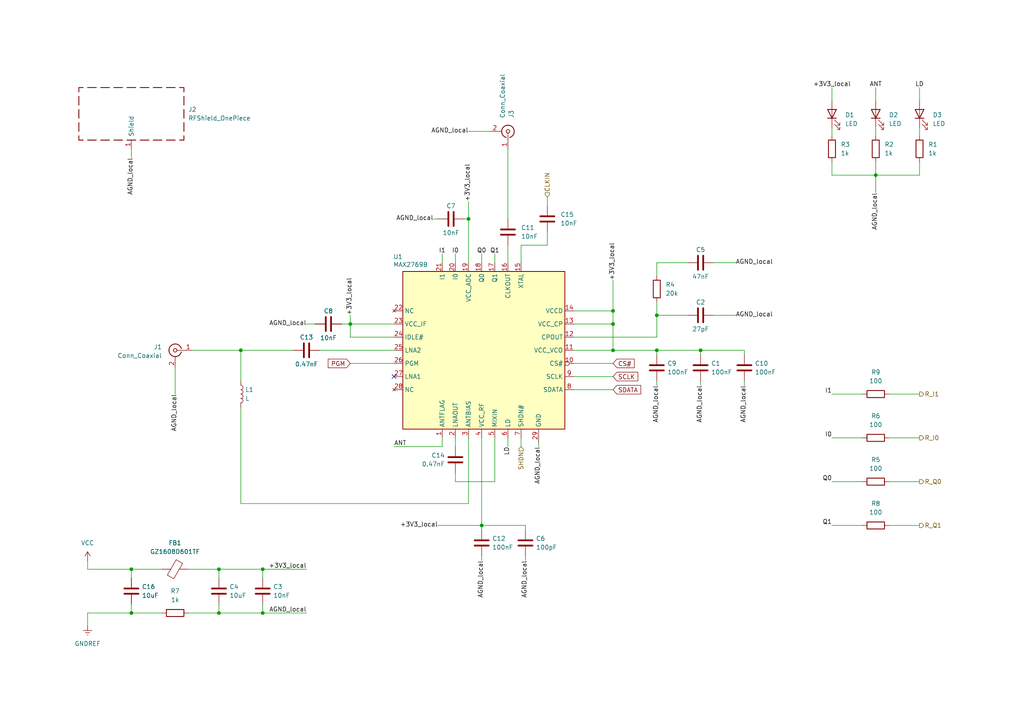
<source format=kicad_sch>
(kicad_sch (version 20231120) (generator "eeschema") (generator_version "8.0")
  (paper "A4")
  (lib_symbols
    (symbol "Connector:Conn_Coaxial" (pin_names (offset 1.016) hide)
      (property "Reference" "J" (at 0.254 3.048 0))
      (property "Value" "Conn_Coaxial" (at 2.921 0 90))
      (symbol "Conn_Coaxial_0_1"
        (arc (start -1.778 -0.508) (mid 0.2311 -1.8066) (end 1.778 0) (stroke (width 0.254)))
        (polyline (pts (xy -2.54 0) (xy -0.508 0)))
        (polyline (pts (xy 0 -2.54) (xy 0 -1.778)))
        (circle (center 0 0) (radius 0.508) (stroke (width 0.2032)))
        (arc (start 1.778 0) (mid 0.2099 1.8101) (end -1.778 0.508) (stroke (width 0.254)))
      )
      (symbol "Conn_Coaxial_1_1"
        (pin passive line (at -5.08 0 0) (length 2.54) (name "In") (number "1"))
        (pin passive line (at 0 -5.08 90) (length 2.54) (name "Ext") (number "2"))
      )
    )
    (symbol "Device:C" (pin_numbers hide) (pin_names (offset 0.254))
      (property "Reference" "C" (at 0.635 2.54 0))
      (property "Value" "C" (at 0.635 -2.54 0))
      (symbol "C_0_1"
        (polyline (pts (xy -2.032 -0.762) (xy 2.032 -0.762)) (stroke (width 0.508)))
        (polyline (pts (xy -2.032 0.762) (xy 2.032 0.762)) (stroke (width 0.508)))
      )
      (symbol "C_1_1"
        (pin passive line (at 0 3.81 270) (length 2.794) (name "~") (number "1"))
        (pin passive line (at 0 -3.81 90) (length 2.794) (name "~") (number "2"))
      )
    )
    (symbol "Device:FerriteBead" (pin_numbers hide) (pin_names (offset 0))
      (property "Reference" "FB" (at -3.81 0.635 90))
      (property "Value" "FerriteBead" (at 3.81 0 90))
      (symbol "FerriteBead_0_1"
        (polyline (pts (xy 0 -1.27) (xy 0 -1.2192)))
        (polyline (pts (xy 0 1.27) (xy 0 1.2954)))
        (polyline (pts (xy -2.7686 0.4064) (xy -1.7018 2.2606) (xy 2.7686 -0.3048) (xy 1.6764 -2.159) (xy -2.7686 0.4064)))
      )
      (symbol "FerriteBead_1_1"
        (pin passive line (at 0 3.81 270) (length 2.54) (name "~") (number "1"))
        (pin passive line (at 0 -3.81 90) (length 2.54) (name "~") (number "2"))
      )
    )
    (symbol "Device:L" (pin_numbers hide) (pin_names (offset 1.016) hide)
      (property "Reference" "L" (at -1.27 0 90))
      (property "Value" "L" (at 1.905 0 90))
      (symbol "L_0_1"
        (arc (start 0 -2.54) (mid 0.6323 -1.905) (end 0 -1.27))
        (arc (start 0 -1.27) (mid 0.6323 -0.635) (end 0 0))
        (arc (start 0 0) (mid 0.6323 0.635) (end 0 1.27))
        (arc (start 0 1.27) (mid 0.6323 1.905) (end 0 2.54))
      )
      (symbol "L_1_1"
        (pin passive line (at 0 3.81 270) (length 1.27) (name "1") (number "1"))
        (pin passive line (at 0 -3.81 90) (length 1.27) (name "2") (number "2"))
      )
    )
    (symbol "Device:LED" (pin_numbers hide) (pin_names (offset 1.016) hide)
      (property "Reference" "D" (at 0 2.54 0))
      (property "Value" "LED" (at 0 -2.54 0))
      (symbol "LED_0_1"
        (polyline (pts (xy -1.27 -1.27) (xy -1.27 1.27)) (stroke (width 0.254)))
        (polyline (pts (xy -1.27 0) (xy 1.27 0)))
        (polyline (pts (xy 1.27 -1.27) (xy 1.27 1.27) (xy -1.27 0) (xy 1.27 -1.27)) (stroke (width 0.254)))
        (polyline (pts (xy -3.048 -0.762) (xy -4.572 -2.286) (xy -3.81 -2.286) (xy -4.572 -2.286) (xy -4.572 -1.524)))
        (polyline (pts (xy -1.778 -0.762) (xy -3.302 -2.286) (xy -2.54 -2.286) (xy -3.302 -2.286) (xy -3.302 -1.524)))
      )
      (symbol "LED_1_1"
        (pin passive line (at -3.81 0 0) (length 2.54) (name "K") (number "1"))
        (pin passive line (at 3.81 0 180) (length 2.54) (name "A") (number "2"))
      )
    )
    (symbol "Device:R" (pin_numbers hide) (pin_names (offset 0))
      (property "Reference" "R" (at 2.032 0 90))
      (property "Value" "R" (at 0 0 90))
      (symbol "R_0_1"
        (rectangle (start -1.016 -2.54) (end 1.016 2.54) (stroke (width 0.254)))
      )
      (symbol "R_1_1"
        (pin passive line (at 0 3.81 270) (length 1.27) (name "~") (number "1"))
        (pin passive line (at 0 -3.81 90) (length 1.27) (name "~") (number "2"))
      )
    )
    (symbol "Device:RFShield_OnePiece" (pin_names (offset 1.016))
      (property "Reference" "J" (at 0 5.08 0))
      (property "Value" "RFShield_OnePiece" (at 0 2.54 0))
      (symbol "RFShield_OnePiece_0_1"
        (polyline (pts (xy -15.24 -5.08) (xy -15.24 -2.54)) (stroke (width 0.254)))
        (polyline (pts (xy -15.24 -1.27) (xy -15.24 1.27)) (stroke (width 0.254)))
        (polyline (pts (xy -15.24 2.54) (xy -15.24 5.08)) (stroke (width 0.254)))
        (polyline (pts (xy -12.7 7.62) (xy -10.16 7.62)) (stroke (width 0.254)))
        (polyline (pts (xy -10.16 -7.62) (xy -12.7 -7.62)) (stroke (width 0.254)))
        (polyline (pts (xy -6.35 -7.62) (xy -8.89 -7.62)) (stroke (width 0.254)))
        (polyline (pts (xy -6.35 7.62) (xy -8.89 7.62)) (stroke (width 0.254)))
        (polyline (pts (xy -2.54 -7.62) (xy -5.08 -7.62)) (stroke (width 0.254)))
        (polyline (pts (xy -2.54 7.62) (xy -5.08 7.62)) (stroke (width 0.254)))
        (polyline (pts (xy -1.27 -7.62) (xy 1.27 -7.62)) (stroke (width 0.254)))
        (polyline (pts (xy 1.27 7.62) (xy -1.27 7.62)) (stroke (width 0.254)))
        (polyline (pts (xy 2.54 -7.62) (xy 5.08 -7.62)) (stroke (width 0.254)))
        (polyline (pts (xy 5.08 7.62) (xy 2.54 7.62)) (stroke (width 0.254)))
        (polyline (pts (xy 6.35 -7.62) (xy 8.89 -7.62)) (stroke (width 0.254)))
        (polyline (pts (xy 8.89 7.62) (xy 6.35 7.62)) (stroke (width 0.254)))
        (polyline (pts (xy 10.16 -7.62) (xy 12.7 -7.62)) (stroke (width 0.254)))
        (polyline (pts (xy 12.7 7.62) (xy 10.16 7.62)) (stroke (width 0.254)))
        (polyline (pts (xy 15.24 -5.08) (xy 15.24 -2.54)) (stroke (width 0.254)))
        (polyline (pts (xy 15.24 -1.27) (xy 15.24 1.27)) (stroke (width 0.254)))
        (polyline (pts (xy 15.24 2.54) (xy 15.24 5.08)) (stroke (width 0.254)))
        (polyline (pts (xy -15.24 6.35) (xy -15.24 7.62) (xy -13.97 7.62)) (stroke (width 0.254)))
        (polyline (pts (xy -13.97 -7.62) (xy -15.24 -7.62) (xy -15.24 -6.35)) (stroke (width 0.254)))
        (polyline (pts (xy 13.97 -7.62) (xy 15.24 -7.62) (xy 15.24 -6.35)) (stroke (width 0.254)))
        (polyline (pts (xy 15.24 6.35) (xy 15.24 7.62) (xy 13.97 7.62)) (stroke (width 0.254)))
      )
      (symbol "RFShield_OnePiece_1_1"
        (pin passive line (at 0 -10.16 90) (length 2.54) (name "Shield") (number "1"))
      )
    )
    (symbol "power:GNDREF" (power) (pin_numbers hide) (pin_names (offset 0) hide)
      (property "Value" "GNDREF" (at 0 -3.81 0))
      (symbol "GNDREF_0_1"
        (polyline (pts (xy -0.635 -1.905) (xy 0.635 -1.905)))
        (polyline (pts (xy -0.127 -2.54) (xy 0.127 -2.54)))
        (polyline (pts (xy 0 -1.27) (xy 0 0)))
        (polyline (pts (xy 1.27 -1.27) (xy -1.27 -1.27)))
      )
      (symbol "GNDREF_1_1"
        (pin power_in line (at 0 0 270) (length 0) (name "~") (number "1"))
      )
    )
    (symbol "power:VCC" (power) (pin_numbers hide) (pin_names (offset 0) hide)
      (property "Value" "VCC" (at 0 3.556 0))
      (symbol "VCC_0_1"
        (polyline (pts (xy -0.762 1.27) (xy 0 2.54)))
        (polyline (pts (xy 0 0) (xy 0 2.54)))
        (polyline (pts (xy 0 2.54) (xy 0.762 1.27)))
      )
      (symbol "VCC_1_1"
        (pin power_in line (at 0 0 90) (length 0) (name "~") (number "1"))
      )
    )
    (symbol "tart_radio_module:MAX2769B"
      (property "Reference" "U" (at -24.384 24.13 0))
      (symbol "MAX2769B_0_0"
        (pin power_in line (at 25.4 0 180) (length 2.54) (name "VCC_VCO") (number "11"))
        (pin output line (at 25.4 3.81 180) (length 2.54) (name "CPOUT") (number "12"))
        (pin power_in line (at 25.4 7.62 180) (length 2.54) (name "VCC_CP") (number "13"))
        (pin power_in line (at 25.4 11.43 180) (length 2.54) (name "VCCD") (number "14"))
        (pin input line (at 10.16 25.4 270) (length 2.54) (name "XTAL") (number "15"))
        (pin output line (at 6.35 25.4 270) (length 2.54) (name "CLKOUT") (number "16"))
        (pin output line (at 2.54 25.4 270) (length 2.54) (name "Q1") (number "17"))
        (pin output line (at -1.27 25.4 270) (length 2.54) (name "Q0") (number "18"))
        (pin output line (at -8.89 25.4 270) (length 2.54) (name "I0") (number "20"))
        (pin output line (at -12.7 25.4 270) (length 2.54) (name "I1") (number "21"))
        (pin no_connect line (at -26.67 11.43 0) (length 2.54) (name "NC") (number "22"))
        (pin power_in line (at -26.67 7.62 0) (length 2.54) (name "VCC_IF") (number "23"))
        (pin input line (at -26.67 3.81 0) (length 2.54) (name "IDLE#") (number "24"))
        (pin input line (at -26.67 0 0) (length 2.54) (name "LNA2") (number "25"))
        (pin input line (at -26.67 -3.81 0) (length 2.54) (name "PGM") (number "26"))
        (pin input line (at -26.67 -7.62 0) (length 2.54) (name "LNA1") (number "27"))
        (pin no_connect line (at -26.67 -11.43 0) (length 2.54) (name "NC") (number "28"))
        (pin input line (at 25.4 -7.62 180) (length 2.54) (name "SCLK") (number "9"))
      )
      (symbol "MAX2769B_0_1"
        (rectangle (start -24.13 22.86) (end 22.86 -22.86) (stroke (width 0.254)) (fill (type background)))
      )
      (symbol "MAX2769B_1_0"
        (pin output line (at -12.7 -25.4 90) (length 2.54) (name "ANTFLAG") (number "1"))
        (pin input inverted (at 25.4 -3.81 180) (length 2.54) (name "CS#") (number "10"))
        (pin power_in line (at -5.08 25.4 270) (length 2.54) (name "VCC_ADC") (number "19"))
        (pin output line (at -8.89 -25.4 90) (length 2.54) (name "LNAOUT") (number "2"))
        (pin output line (at -5.08 -25.4 90) (length 2.54) (name "ANTBIAS") (number "3"))
        (pin power_in line (at -1.27 -25.4 90) (length 2.54) (name "VCC_RF") (number "4"))
        (pin input line (at 2.54 -25.4 90) (length 2.54) (name "MIXIN") (number "5"))
        (pin output line (at 6.35 -25.4 90) (length 2.54) (name "LD") (number "6"))
        (pin input line (at 10.16 -25.4 90) (length 2.54) (name "SHDN#") (number "7"))
        (pin input line (at 25.4 -11.43 180) (length 2.54) (name "SDATA") (number "8"))
      )
      (symbol "MAX2769B_1_1"
        (pin power_in line (at 15.24 -26.67 90) (length 3.81) (name "GND") (number "29"))
      )
    )
  )
  (junction (at 69.85 101.6))
  (junction (at 177.8 101.6))
  (junction (at 177.8 90.17))
  (junction (at 135.89 63.5))
  (junction (at 76.2 165.1))
  (junction (at 38.1 165.1))
  (junction (at 38.1 177.8))
  (junction (at 190.5 91.44))
  (junction (at 63.5 165.1))
  (junction (at 63.5 177.8))
  (junction (at 76.2 177.8))
  (junction (at 254 50.8))
  (junction (at 177.8 93.98))
  (junction (at 101.6 93.98))
  (junction (at 190.5 101.6))
  (junction (at 203.2 101.6))
  (junction (at 139.7 152.4))
  (no_connect (at 114.3 109.22))
  (wire (pts (xy 99.06 93.98) (xy 101.6 93.98)))
  (wire (pts (xy 257.81 139.7) (xy 266.7 139.7)))
  (wire (pts (xy 135.89 63.5) (xy 135.89 76.2)))
  (wire (pts (xy 190.5 102.87) (xy 190.5 101.6)))
  (wire (pts (xy 50.8 114.3) (xy 50.8 106.68)))
  (wire (pts (xy 139.7 152.4) (xy 152.4 152.4)))
  (wire (pts (xy 25.4 177.8) (xy 38.1 177.8)))
  (wire (pts (xy 125.73 63.5) (xy 127 63.5)))
  (wire (pts (xy 151.13 129.54) (xy 151.13 127)))
  (wire (pts (xy 257.81 152.4) (xy 266.7 152.4)))
  (wire (pts (xy 190.5 87.63) (xy 190.5 91.44)))
  (wire (pts (xy 177.8 81.28) (xy 177.8 90.17)))
  (wire (pts (xy 69.85 146.05) (xy 69.85 118.11)))
  (wire (pts (xy 190.5 91.44) (xy 190.5 97.79)))
  (wire (pts (xy 69.85 101.6) (xy 85.09 101.6)))
  (wire (pts (xy 254 50.8) (xy 254 55.88)))
  (wire (pts (xy 166.37 90.17) (xy 177.8 90.17)))
  (wire (pts (xy 63.5 165.1) (xy 63.5 167.64)))
  (wire (pts (xy 241.3 36.83) (xy 241.3 39.37)))
  (wire (pts (xy 135.89 127) (xy 135.89 146.05)))
  (wire (pts (xy 139.7 162.56) (xy 139.7 161.29)))
  (wire (pts (xy 25.4 181.61) (xy 25.4 177.8)))
  (wire (pts (xy 143.51 139.7) (xy 143.51 127)))
  (wire (pts (xy 266.7 50.8) (xy 266.7 46.99)))
  (wire (pts (xy 143.51 73.66) (xy 143.51 76.2)))
  (wire (pts (xy 190.5 91.44) (xy 199.39 91.44)))
  (wire (pts (xy 101.6 105.41) (xy 114.3 105.41)))
  (wire (pts (xy 213.36 91.44) (xy 207.01 91.44)))
  (wire (pts (xy 139.7 73.66) (xy 139.7 76.2)))
  (wire (pts (xy 147.32 127) (xy 147.32 129.54)))
  (wire (pts (xy 128.27 129.54) (xy 128.27 127)))
  (wire (pts (xy 147.32 43.18) (xy 147.32 63.5)))
  (wire (pts (xy 241.3 25.4) (xy 241.3 29.21)))
  (wire (pts (xy 254 46.99) (xy 254 50.8)))
  (wire (pts (xy 266.7 25.4) (xy 266.7 29.21)))
  (wire (pts (xy 92.71 101.6) (xy 114.3 101.6)))
  (wire (pts (xy 213.36 76.2) (xy 207.01 76.2)))
  (wire (pts (xy 190.5 76.2) (xy 199.39 76.2)))
  (wire (pts (xy 101.6 91.44) (xy 101.6 93.98)))
  (wire (pts (xy 38.1 45.72) (xy 38.1 43.18)))
  (wire (pts (xy 147.32 71.12) (xy 147.32 76.2)))
  (wire (pts (xy 114.3 97.79) (xy 101.6 97.79)))
  (wire (pts (xy 38.1 165.1) (xy 38.1 167.64)))
  (wire (pts (xy 177.8 101.6) (xy 190.5 101.6)))
  (wire (pts (xy 241.3 50.8) (xy 254 50.8)))
  (wire (pts (xy 114.3 129.54) (xy 128.27 129.54)))
  (wire (pts (xy 101.6 93.98) (xy 101.6 97.79)))
  (wire (pts (xy 76.2 165.1) (xy 76.2 167.64)))
  (wire (pts (xy 190.5 111.76) (xy 190.5 110.49)))
  (wire (pts (xy 266.7 36.83) (xy 266.7 39.37)))
  (wire (pts (xy 63.5 177.8) (xy 76.2 177.8)))
  (wire (pts (xy 152.4 162.56) (xy 152.4 161.29)))
  (wire (pts (xy 38.1 175.26) (xy 38.1 177.8)))
  (wire (pts (xy 55.88 101.6) (xy 69.85 101.6)))
  (wire (pts (xy 139.7 153.67) (xy 139.7 152.4)))
  (wire (pts (xy 25.4 162.56) (xy 25.4 165.1)))
  (wire (pts (xy 241.3 127) (xy 250.19 127)))
  (wire (pts (xy 114.3 93.98) (xy 101.6 93.98)))
  (wire (pts (xy 190.5 76.2) (xy 190.5 80.01)))
  (wire (pts (xy 135.89 58.42) (xy 135.89 63.5)))
  (wire (pts (xy 190.5 101.6) (xy 203.2 101.6)))
  (wire (pts (xy 69.85 101.6) (xy 69.85 110.49)))
  (wire (pts (xy 158.75 71.12) (xy 151.13 71.12)))
  (wire (pts (xy 177.8 90.17) (xy 177.8 93.98)))
  (wire (pts (xy 156.21 129.54) (xy 156.21 128.27)))
  (wire (pts (xy 158.75 57.15) (xy 158.75 59.69)))
  (wire (pts (xy 152.4 152.4) (xy 152.4 153.67)))
  (wire (pts (xy 76.2 175.26) (xy 76.2 177.8)))
  (wire (pts (xy 166.37 101.6) (xy 177.8 101.6)))
  (wire (pts (xy 63.5 175.26) (xy 63.5 177.8)))
  (wire (pts (xy 254 36.83) (xy 254 39.37)))
  (wire (pts (xy 128.27 73.66) (xy 128.27 76.2)))
  (wire (pts (xy 38.1 165.1) (xy 46.99 165.1)))
  (wire (pts (xy 254 25.4) (xy 254 29.21)))
  (wire (pts (xy 215.9 111.76) (xy 215.9 110.49)))
  (wire (pts (xy 241.3 46.99) (xy 241.3 50.8)))
  (wire (pts (xy 132.08 73.66) (xy 132.08 76.2)))
  (wire (pts (xy 38.1 177.8) (xy 46.99 177.8)))
  (wire (pts (xy 241.3 139.7) (xy 250.19 139.7)))
  (wire (pts (xy 151.13 71.12) (xy 151.13 76.2)))
  (wire (pts (xy 166.37 93.98) (xy 177.8 93.98)))
  (wire (pts (xy 166.37 97.79) (xy 190.5 97.79)))
  (wire (pts (xy 166.37 113.03) (xy 177.8 113.03)))
  (wire (pts (xy 257.81 114.3) (xy 266.7 114.3)))
  (wire (pts (xy 139.7 127) (xy 139.7 152.4)))
  (wire (pts (xy 134.62 63.5) (xy 135.89 63.5)))
  (wire (pts (xy 132.08 139.7) (xy 143.51 139.7)))
  (wire (pts (xy 203.2 102.87) (xy 203.2 101.6)))
  (wire (pts (xy 132.08 139.7) (xy 132.08 137.16)))
  (wire (pts (xy 25.4 165.1) (xy 38.1 165.1)))
  (wire (pts (xy 254 50.8) (xy 266.7 50.8)))
  (wire (pts (xy 203.2 101.6) (xy 215.9 101.6)))
  (wire (pts (xy 203.2 111.76) (xy 203.2 110.49)))
  (wire (pts (xy 177.8 93.98) (xy 177.8 101.6)))
  (wire (pts (xy 257.81 127) (xy 266.7 127)))
  (wire (pts (xy 166.37 105.41) (xy 177.8 105.41)))
  (wire (pts (xy 241.3 152.4) (xy 250.19 152.4)))
  (wire (pts (xy 54.61 177.8) (xy 63.5 177.8)))
  (wire (pts (xy 158.75 71.12) (xy 158.75 67.31)))
  (wire (pts (xy 132.08 129.54) (xy 132.08 127)))
  (wire (pts (xy 241.3 114.3) (xy 250.19 114.3)))
  (wire (pts (xy 166.37 109.22) (xy 177.8 109.22)))
  (wire (pts (xy 76.2 177.8) (xy 88.9 177.8)))
  (wire (pts (xy 76.2 165.1) (xy 88.9 165.1)))
  (wire (pts (xy 127 152.4) (xy 139.7 152.4)))
  (wire (pts (xy 88.9 93.98) (xy 91.44 93.98)))
  (wire (pts (xy 215.9 101.6) (xy 215.9 102.87)))
  (wire (pts (xy 135.89 146.05) (xy 69.85 146.05)))
  (wire (pts (xy 135.89 38.1) (xy 142.24 38.1)))
  (wire (pts (xy 63.5 165.1) (xy 76.2 165.1)))
  (wire (pts (xy 54.61 165.1) (xy 63.5 165.1)))
  (label "AGND_local" (at 203.2 111.76 270))
  (label "Q0" (at 241.3 139.7 180))
  (label "I1" (at 241.3 114.3 180))
  (label "AGND_local" (at 135.89 38.1 180))
  (label "+3V3_local" (at 88.9 165.1 180))
  (label "AGND_local" (at 213.36 76.2 0))
  (label "AGND_local" (at 215.9 111.76 270))
  (label "LD" (at 147.32 129.54 270))
  (label "AGND_local" (at 156.21 129.54 270))
  (label "AGND_local" (at 88.9 93.98 180))
  (label "Q1" (at 143.51 73.66 0))
  (label "AGND_local" (at 88.9 177.8 180))
  (label "AGND_local" (at 190.5 111.76 270))
  (label "AGND_local" (at 139.7 162.56 270))
  (label "ANT" (at 254 25.4 0))
  (label "+3V3_local" (at 177.8 81.28 90))
  (label "Q0" (at 139.7 73.66 0))
  (label "AGND_local" (at 38.1 45.72 270))
  (label "LD" (at 266.7 25.4 0))
  (label "+3V3_local" (at 127 152.4 180))
  (label "+3V3_local" (at 241.3 25.4 0))
  (label "Q1" (at 241.3 152.4 180))
  (label "+3V3_local" (at 135.89 58.42 90))
  (label "AGND_local" (at 254 55.88 270))
  (label "AGND_local" (at 50.8 114.3 270))
  (label "+3V3_local" (at 101.6 91.44 90))
  (label "AGND_local" (at 125.73 63.5 180))
  (label "I0" (at 241.3 127 180))
  (label "AGND_local" (at 213.36 91.44 0))
  (label "I1" (at 128.27 73.66 0))
  (label "ANT" (at 114.3 129.54 0))
  (label "AGND_local" (at 152.4 162.56 270))
  (label "I0" (at 132.08 73.66 0))
  (global_label "CS#" (shape input) (at 177.8 105.41 0) (property "Intersheetrefs" "${INTERSHEET_REFS}" (effects (hide yes))))
  (global_label "SDATA" (shape input) (at 177.8 113.03 0) (property "Intersheetrefs" "${INTERSHEET_REFS}" (effects (hide yes))))
  (global_label "PGM" (shape input) (at 101.6 105.41 180) (property "Intersheetrefs" "${INTERSHEET_REFS}" (effects (hide yes))))
  (global_label "SCLK" (shape input) (at 177.8 109.22 0) (property "Intersheetrefs" "${INTERSHEET_REFS}" (effects (hide yes))))
  (hierarchical_label "R_Q0" (shape output) (at 266.7 139.7 0))
  (hierarchical_label "R_I0" (shape output) (at 266.7 127 0))
  (hierarchical_label "SHDN" (shape input) (at 151.13 129.54 270))
  (hierarchical_label "CLKIN" (shape input) (at 158.75 57.15 90))
  (hierarchical_label "R_Q1" (shape output) (at 266.7 152.4 0))
  (hierarchical_label "R_I1" (shape output) (at 266.7 114.3 0))
  (symbol (lib_id "Device:C") (at 95.25 93.98 90) (mirror x) (unit 1)
    (property "Reference" "C8" (at 95.25 90.932 90) (effects (justify bottom)))
    (property "Value" "10nF" (at 95.25 97.282 90) (effects (justify top)))
    (property "Footprint" "Capacitor_SMD:C_0402_1005Metric" (effects (hide yes)))
    (property "Description" "Unpolarized capacitor" (effects (hide yes)))
  )
  (symbol (lib_id "Device:RFShield_OnePiece") (at 38.1 33.02 0) (unit 1)
    (property "Reference" "J2" (at 54.61 31.7499 0) (effects (justify left)))
    (property "Value" "RFShield_OnePiece" (at 54.61 34.2899 0) (effects (justify left)))
    (property "Footprint" "RF_Shielding:Laird_Technologies_BMI-S-101_13.66x12.70mm" (effects (hide yes)))
    (property "Description" "One-piece EMI RF shielding cabinet" (effects (hide yes)))
  )
  (symbol (lib_id "Device:L") (at 69.85 114.3 0) (unit 1)
    (property "Reference" "L1" (at 71.12 113.0299 0) (effects (justify left)))
    (property "Value" "L" (at 71.12 115.5699 0) (effects (justify left)))
    (property "Footprint" "Inductor_SMD:L_0402_1005Metric" (effects (hide yes)))
    (property "Description" "Inductor" (effects (hide yes)))
  )
  (symbol (lib_id "Device:C") (at 38.1 171.45 0) (unit 1)
    (property "Reference" "C16" (at 41.148 170.18 0) (effects (justify left)))
    (property "Value" "10uF" (at 41.148 172.72 0) (effects (justify left)))
    (property "Footprint" "Capacitor_SMD:C_0603_1608Metric" (effects (hide yes)))
    (property "Description" "Unpolarized capacitor" (effects (hide yes)))
  )
  (symbol (lib_id "Device:FerriteBead") (at 50.8 165.1 90) (unit 1)
    (property "Reference" "FB1" (at 50.7492 157.48 90))
    (property "Value" "GZ1608D601TF" (at 50.7492 160.02 90))
    (property "Footprint" "Inductor_SMD:L_0603_1608Metric" (effects (hide yes)))
    (property "Description" "Ferrite bead" (effects (hide yes)))
  )
  (symbol (lib_id "Device:C") (at 203.2 76.2 90) (mirror x) (unit 1)
    (property "Reference" "C5" (at 203.2 73.152 90) (effects (justify bottom)))
    (property "Value" "47nF" (at 203.2 79.502 90) (effects (justify top)))
    (property "Footprint" "Capacitor_SMD:C_0402_1005Metric" (effects (hide yes)))
    (property "Description" "Unpolarized capacitor" (effects (hide yes)))
  )
  (symbol (lib_id "Device:R") (at 254 152.4 90) (unit 1)
    (property "Reference" "R8" (at 254 146.05 90))
    (property "Value" "100" (at 254 148.59 90))
    (property "Footprint" "Resistor_SMD:R_0402_1005Metric" (effects (hide yes)))
    (property "Description" "Resistor" (effects (hide yes)))
  )
  (symbol (lib_id "Device:LED") (at 241.3 33.02 90) (unit 1)
    (property "Reference" "D1" (at 245.11 33.3374 90) (effects (justify right)))
    (property "Value" "LED" (at 245.11 35.8774 90) (effects (justify right)))
    (property "Footprint" "Diode_SMD:D_0603_1608Metric" (effects (hide yes)))
    (property "Description" "Light emitting diode" (effects (hide yes)))
  )
  (symbol (lib_id "Device:C") (at 132.08 133.35 0) (mirror y) (unit 1)
    (property "Reference" "C14" (at 129.032 132.08 0) (effects (justify left)))
    (property "Value" "0.47nF" (at 129.032 134.62 0) (effects (justify left)))
    (property "Footprint" "Capacitor_SMD:C_0402_1005Metric" (effects (hide yes)))
    (property "Description" "Unpolarized capacitor" (effects (hide yes)))
  )
  (symbol (lib_id "Connector:Conn_Coaxial") (at 50.8 101.6 0) (mirror y) (unit 1)
    (property "Reference" "J1" (at 46.99 100.6231 0) (effects (justify left)))
    (property "Value" "Conn_Coaxial" (at 46.99 103.1631 0) (effects (justify left)))
    (property "Footprint" "tart_radio_module:CONN-SMD_KH-SMA-KE8-G" (effects (hide yes)))
    (property "Description" "coaxial connector (BNC, SMA, SMB, SMC, Cinch/RCA, LEMO, ...)" (effects (hide yes)))
  )
  (symbol (lib_id "Device:C") (at 139.7 157.48 0) (unit 1)
    (property "Reference" "C12" (at 142.748 156.21 0) (effects (justify left)))
    (property "Value" "100nF" (at 142.748 158.75 0) (effects (justify left)))
    (property "Footprint" "Capacitor_SMD:C_0402_1005Metric" (effects (hide yes)))
    (property "Description" "Unpolarized capacitor" (effects (hide yes)))
  )
  (symbol (lib_id "Device:C") (at 63.5 171.45 0) (unit 1)
    (property "Reference" "C4" (at 66.548 170.18 0) (effects (justify left)))
    (property "Value" "10uF" (at 66.548 172.72 0) (effects (justify left)))
    (property "Footprint" "Capacitor_SMD:C_0603_1608Metric" (effects (hide yes)))
    (property "Description" "Unpolarized capacitor" (effects (hide yes)))
  )
  (symbol (lib_id "Device:R") (at 254 114.3 90) (unit 1)
    (property "Reference" "R9" (at 254 107.95 90))
    (property "Value" "100" (at 254 110.49 90))
    (property "Footprint" "Resistor_SMD:R_0402_1005Metric" (effects (hide yes)))
    (property "Description" "Resistor" (effects (hide yes)))
  )
  (symbol (lib_id "Device:LED") (at 266.7 33.02 90) (unit 1)
    (property "Reference" "D3" (at 270.51 33.3374 90) (effects (justify right)))
    (property "Value" "LED" (at 270.51 35.8774 90) (effects (justify right)))
    (property "Footprint" "Diode_SMD:D_0603_1608Metric" (effects (hide yes)))
    (property "Description" "Light emitting diode" (effects (hide yes)))
  )
  (symbol (lib_id "Device:C") (at 203.2 91.44 90) (mirror x) (unit 1)
    (property "Reference" "C2" (at 203.2 88.392 90) (effects (justify bottom)))
    (property "Value" "27pF" (at 203.2 94.742 90) (effects (justify top)))
    (property "Footprint" "Capacitor_SMD:C_0402_1005Metric" (effects (hide yes)))
    (property "Description" "Unpolarized capacitor" (effects (hide yes)))
  )
  (symbol (lib_id "Device:C") (at 88.9 101.6 90) (mirror x) (unit 1)
    (property "Reference" "C13" (at 88.9 98.552 90) (effects (justify bottom)))
    (property "Value" "0.47nF" (at 88.9 104.902 90) (effects (justify top)))
    (property "Footprint" "Capacitor_SMD:C_0402_1005Metric" (effects (hide yes)))
    (property "Description" "Unpolarized capacitor" (effects (hide yes)))
  )
  (symbol (lib_id "Device:R") (at 254 139.7 90) (unit 1)
    (property "Reference" "R5" (at 254 133.35 90))
    (property "Value" "100" (at 254 135.89 90))
    (property "Footprint" "Resistor_SMD:R_0402_1005Metric" (effects (hide yes)))
    (property "Description" "Resistor" (effects (hide yes)))
  )
  (symbol (lib_id "Device:LED") (at 254 33.02 90) (unit 1)
    (property "Reference" "D2" (at 257.81 33.3374 90) (effects (justify right)))
    (property "Value" "LED" (at 257.81 35.8774 90) (effects (justify right)))
    (property "Footprint" "Diode_SMD:D_0603_1608Metric" (effects (hide yes)))
    (property "Description" "Light emitting diode" (effects (hide yes)))
  )
  (symbol (lib_id "Connector:Conn_Coaxial") (at 147.32 38.1 270) (mirror x) (unit 1)
    (property "Reference" "J3" (at 148.2969 34.29 0) (effects (justify left)))
    (property "Value" "Conn_Coaxial" (at 145.7569 34.29 0) (effects (justify left)))
    (property "Footprint" "tart_radio_module:CONN-SMD_MOLEX_73412-0110" (effects (hide yes)))
    (property "Description" "coaxial connector (BNC, SMA, SMB, SMC, Cinch/RCA, LEMO, ...)" (effects (hide yes)))
  )
  (symbol (lib_id "power:VCC") (at 25.4 162.56 0) (unit 1)
    (property "Reference" "#PWR101" (effects (hide yes)))
    (property "Value" "VCC" (at 25.4 157.48 0))
    (property "Description" "Power symbol creates a global label with name \"VCC\"" (effects (hide yes)))
  )
  (symbol (lib_id "Device:C") (at 130.81 63.5 90) (mirror x) (unit 1)
    (property "Reference" "C7" (at 130.81 60.452 90) (effects (justify bottom)))
    (property "Value" "10nF" (at 130.81 66.802 90) (effects (justify top)))
    (property "Footprint" "Capacitor_SMD:C_0402_1005Metric" (effects (hide yes)))
    (property "Description" "Unpolarized capacitor" (effects (hide yes)))
  )
  (symbol (lib_id "tart_radio_module:MAX2769B") (at 140.97 101.6 0) (unit 1)
    (property "Reference" "U1" (at 114.046 75.184 0) (effects (justify left bottom)))
    (property "Value" "MAX2769B" (at 114.046 77.47 0) (effects (justify left bottom)))
    (property "Footprint" "Package_DFN_QFN:TQFN-28-1EP_5x5mm_P0.5mm_EP3.25x3.25mm_ThermalVias" (effects (hide yes)))
  )
  (symbol (lib_id "Device:C") (at 158.75 63.5 0) (unit 1)
    (property "Reference" "C15" (at 162.56 62.2299 0) (effects (justify left)))
    (property "Value" "10nF" (at 162.56 64.7699 0) (effects (justify left)))
    (property "Footprint" "Capacitor_SMD:C_0402_1005Metric" (effects (hide yes)))
    (property "Description" "Unpolarized capacitor" (effects (hide yes)))
  )
  (symbol (lib_id "Device:R") (at 241.3 43.18 0) (unit 1)
    (property "Reference" "R3" (at 243.84 41.9099 0) (effects (justify left)))
    (property "Value" "1k" (at 243.84 44.4499 0) (effects (justify left)))
    (property "Footprint" "Resistor_SMD:R_0402_1005Metric" (effects (hide yes)))
    (property "Description" "Resistor" (effects (hide yes)))
  )
  (symbol (lib_id "Device:R") (at 254 127 90) (unit 1)
    (property "Reference" "R6" (at 254 120.65 90))
    (property "Value" "100" (at 254 123.19 90))
    (property "Footprint" "Resistor_SMD:R_0402_1005Metric" (effects (hide yes)))
    (property "Description" "Resistor" (effects (hide yes)))
  )
  (symbol (lib_id "Device:R") (at 254 43.18 0) (unit 1)
    (property "Reference" "R2" (at 256.54 41.9099 0) (effects (justify left)))
    (property "Value" "1k" (at 256.54 44.4499 0) (effects (justify left)))
    (property "Footprint" "Resistor_SMD:R_0402_1005Metric" (effects (hide yes)))
    (property "Description" "Resistor" (effects (hide yes)))
  )
  (symbol (lib_id "Device:C") (at 147.32 67.31 0) (unit 1)
    (property "Reference" "C11" (at 151.13 66.0399 0) (effects (justify left)))
    (property "Value" "10nF" (at 151.13 68.5799 0) (effects (justify left)))
    (property "Footprint" "Capacitor_SMD:C_0402_1005Metric" (effects (hide yes)))
    (property "Description" "Unpolarized capacitor" (effects (hide yes)))
  )
  (symbol (lib_id "Device:C") (at 76.2 171.45 0) (unit 1)
    (property "Reference" "C3" (at 79.248 170.18 0) (effects (justify left)))
    (property "Value" "10nF" (at 79.248 172.72 0) (effects (justify left)))
    (property "Footprint" "Capacitor_SMD:C_0402_1005Metric" (effects (hide yes)))
    (property "Description" "Unpolarized capacitor" (effects (hide yes)))
  )
  (symbol (lib_id "Device:C") (at 190.5 106.68 0) (unit 1)
    (property "Reference" "C9" (at 193.548 105.41 0) (effects (justify left)))
    (property "Value" "100nF" (at 193.548 107.95 0) (effects (justify left)))
    (property "Footprint" "Capacitor_SMD:C_0402_1005Metric" (effects (hide yes)))
    (property "Description" "Unpolarized capacitor" (effects (hide yes)))
  )
  (symbol (lib_id "Device:R") (at 266.7 43.18 0) (unit 1)
    (property "Reference" "R1" (at 269.24 41.9099 0) (effects (justify left)))
    (property "Value" "1k" (at 269.24 44.4499 0) (effects (justify left)))
    (property "Footprint" "Resistor_SMD:R_0402_1005Metric" (effects (hide yes)))
    (property "Description" "Resistor" (effects (hide yes)))
  )
  (symbol (lib_id "Device:R") (at 50.8 177.8 90) (unit 1)
    (property "Reference" "R7" (at 50.8 171.45 90))
    (property "Value" "1k" (at 50.8 173.99 90))
    (property "Footprint" "Resistor_SMD:R_0603_1608Metric" (effects (hide yes)))
    (property "Description" "Resistor" (effects (hide yes)))
  )
  (symbol (lib_id "Device:C") (at 203.2 106.68 0) (unit 1)
    (property "Reference" "C1" (at 206.248 105.41 0) (effects (justify left)))
    (property "Value" "100nF" (at 206.248 107.95 0) (effects (justify left)))
    (property "Footprint" "Capacitor_SMD:C_0402_1005Metric" (effects (hide yes)))
    (property "Description" "Unpolarized capacitor" (effects (hide yes)))
  )
  (symbol (lib_id "Device:C") (at 215.9 106.68 0) (unit 1)
    (property "Reference" "C10" (at 218.948 105.41 0) (effects (justify left)))
    (property "Value" "100nF" (at 218.948 107.95 0) (effects (justify left)))
    (property "Footprint" "Capacitor_SMD:C_0402_1005Metric" (effects (hide yes)))
    (property "Description" "Unpolarized capacitor" (effects (hide yes)))
  )
  (symbol (lib_id "Device:C") (at 152.4 157.48 0) (unit 1)
    (property "Reference" "C6" (at 155.448 156.21 0) (effects (justify left)))
    (property "Value" "100pF" (at 155.448 158.75 0) (effects (justify left)))
    (property "Footprint" "Capacitor_SMD:C_0402_1005Metric" (effects (hide yes)))
    (property "Description" "Unpolarized capacitor" (effects (hide yes)))
  )
  (symbol (lib_id "Device:R") (at 190.5 83.82 0) (unit 1)
    (property "Reference" "R4" (at 193.04 82.5499 0) (effects (justify left)))
    (property "Value" "20k" (at 193.04 85.0899 0) (effects (justify left)))
    (property "Footprint" "Resistor_SMD:R_0402_1005Metric" (effects (hide yes)))
    (property "Description" "Resistor" (effects (hide yes)))
  )
  (symbol (lib_id "power:GNDREF") (at 25.4 181.61 0) (unit 1)
    (property "Reference" "#PWR102" (effects (hide yes)))
    (property "Value" "GNDREF" (at 25.4 186.69 0))
    (property "Description" "Power symbol creates a global label with name \"GNDREF\" , reference supply ground" (effects (hide yes)))
  )
)
</source>
